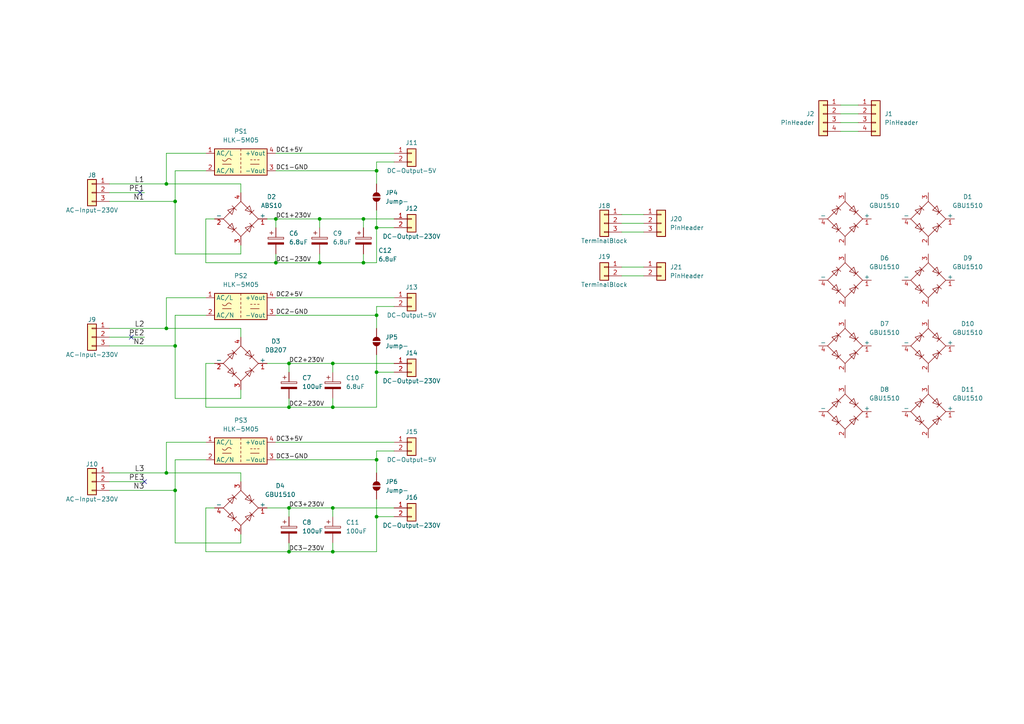
<source format=kicad_sch>
(kicad_sch (version 20250114) (generator "eeschema") (generator_version "9.0")
  (paper "A4")
  (lib_symbols
    (symbol "Connector_Generic:Conn_01x02" (pin_names (offset 1.016) (hide yes))
      (property "Reference" "J" (at 0 2.54 0))
      (property "Value" "Conn_01x02" (at 0 -5.08 0))
      (symbol "Conn_01x02_1_1"
        (rectangle (start -1.27 1.27) (end 1.27 -3.81) (stroke (width 0.254)) (fill (type background)))
        (rectangle (start -1.27 0.127) (end 0 -0.127) (stroke (width 0.1524)))
        (rectangle (start -1.27 -2.413) (end 0 -2.667) (stroke (width 0.1524)))
        (pin passive line (at -5.08 0 0) (length 3.81) (name "Pin_1") (number "1"))
        (pin passive line (at -5.08 -2.54 0) (length 3.81) (name "Pin_2") (number "2"))
      )
    )
    (symbol "Connector_Generic:Conn_01x03" (pin_names (offset 1.016) (hide yes))
      (property "Reference" "J" (at 0 5.08 0))
      (property "Value" "Conn_01x03" (at 0 -5.08 0))
      (symbol "Conn_01x03_1_1"
        (rectangle (start -1.27 3.81) (end 1.27 -3.81) (stroke (width 0.254)) (fill (type background)))
        (rectangle (start -1.27 2.667) (end 0 2.413) (stroke (width 0.1524)))
        (rectangle (start -1.27 0.127) (end 0 -0.127) (stroke (width 0.1524)))
        (rectangle (start -1.27 -2.413) (end 0 -2.667) (stroke (width 0.1524)))
        (pin passive line (at -5.08 2.54 0) (length 3.81) (name "Pin_1") (number "1"))
        (pin passive line (at -5.08 0 0) (length 3.81) (name "Pin_2") (number "2"))
        (pin passive line (at -5.08 -2.54 0) (length 3.81) (name "Pin_3") (number "3"))
      )
    )
    (symbol "Connector_Generic:Conn_01x04" (pin_names (offset 1.016) (hide yes))
      (property "Reference" "J" (at 0 5.08 0))
      (property "Value" "Conn_01x04" (at 0 -7.62 0))
      (symbol "Conn_01x04_1_1"
        (rectangle (start -1.27 3.81) (end 1.27 -6.35) (stroke (width 0.254)) (fill (type background)))
        (rectangle (start -1.27 2.667) (end 0 2.413) (stroke (width 0.1524)))
        (rectangle (start -1.27 0.127) (end 0 -0.127) (stroke (width 0.1524)))
        (rectangle (start -1.27 -2.413) (end 0 -2.667) (stroke (width 0.1524)))
        (rectangle (start -1.27 -4.953) (end 0 -5.207) (stroke (width 0.1524)))
        (pin passive line (at -5.08 2.54 0) (length 3.81) (name "Pin_1") (number "1"))
        (pin passive line (at -5.08 0 0) (length 3.81) (name "Pin_2") (number "2"))
        (pin passive line (at -5.08 -2.54 0) (length 3.81) (name "Pin_3") (number "3"))
        (pin passive line (at -5.08 -5.08 0) (length 3.81) (name "Pin_4") (number "4"))
      )
    )
    (symbol "Converter_ACDC:HLK-5M05"
      (property "Reference" "PS" (at 0 5.08 0))
      (property "Value" "HLK-5M05" (at 0 -5.08 0))
      (symbol "HLK-5M05_0_1"
        (rectangle (start -7.62 3.81) (end 7.62 -3.81) (stroke (width 0.254)) (fill (type background)))
        (polyline (pts (xy -5.334 -0.635) (xy -2.794 -0.635)))
        (arc (start -4.064 0.635) (mid -4.699 0.2495) (end -5.334 0.635))
        (arc (start -4.064 0.635) (mid -3.429 1.0072) (end -2.794 0.635))
        (polyline (pts (xy 0 3.81) (xy 0 3.175)))
        (polyline (pts (xy 0 2.54) (xy 0 1.905)))
        (polyline (pts (xy 0 1.27) (xy 0 0.635)))
        (polyline (pts (xy 0 0) (xy 0 -0.635)))
        (polyline (pts (xy 0 -1.27) (xy 0 -1.905)))
        (polyline (pts (xy 0 -2.54) (xy 0 -3.175)))
        (polyline (pts (xy 2.794 0.635) (xy 3.302 0.635)))
        (polyline (pts (xy 2.794 -0.635) (xy 5.334 -0.635)))
        (polyline (pts (xy 3.81 0.635) (xy 4.318 0.635)))
        (polyline (pts (xy 4.826 0.635) (xy 5.334 0.635)))
      )
      (symbol "HLK-5M05_1_1"
        (pin power_in line (at -10.16 2.54 0) (length 2.54) (name "AC/L") (number "1"))
        (pin power_in line (at -10.16 -2.54 0) (length 2.54) (name "AC/N") (number "2"))
        (pin power_out line (at 10.16 2.54 180) (length 2.54) (name "+Vout") (number "4"))
        (pin power_out line (at 10.16 -2.54 180) (length 2.54) (name "-Vout") (number "3"))
      )
    )
    (symbol "Device:C_Polarized" (pin_numbers (hide yes)) (pin_names (offset 0.254))
      (property "Reference" "C" (at 0.635 2.54 0))
      (property "Value" "C_Polarized" (at 0.635 -2.54 0))
      (symbol "C_Polarized_0_1"
        (rectangle (start -2.286 0.508) (end 2.286 1.016))
        (polyline (pts (xy -1.778 2.286) (xy -0.762 2.286)))
        (polyline (pts (xy -1.27 2.794) (xy -1.27 1.778)))
        (rectangle (start 2.286 -0.508) (end -2.286 -1.016) (fill (type outline)))
      )
      (symbol "C_Polarized_1_1"
        (pin passive line (at 0 3.81 270) (length 2.794) (name "~") (number "1"))
        (pin passive line (at 0 -3.81 90) (length 2.794) (name "~") (number "2"))
      )
    )
    (symbol "Diode_Bridge:ABS10" (pin_names (offset 0))
      (property "Reference" "D" (at 2.54 6.985 0))
      (property "Value" "ABS10" (at 2.54 5.08 0))
      (symbol "ABS10_0_1"
        (polyline (pts (xy -5.08 0) (xy 0 -5.08) (xy 5.08 0) (xy 0 5.08) (xy -5.08 0)))
        (polyline (pts (xy -3.81 2.54) (xy -2.54 1.27) (xy -1.905 3.175) (xy -3.81 2.54)))
        (polyline (pts (xy -2.54 3.81) (xy -1.27 2.54)))
        (polyline (pts (xy -2.54 -1.27) (xy -3.81 -2.54) (xy -1.905 -3.175) (xy -2.54 -1.27)))
        (polyline (pts (xy -1.27 -2.54) (xy -2.54 -3.81)))
        (polyline (pts (xy 1.27 2.54) (xy 2.54 3.81) (xy 3.175 1.905) (xy 1.27 2.54)))
        (polyline (pts (xy 2.54 1.27) (xy 3.81 2.54)))
        (polyline (pts (xy 2.54 -1.27) (xy 3.81 -2.54)))
        (polyline (pts (xy 3.175 -1.905) (xy 1.27 -2.54) (xy 2.54 -3.81) (xy 3.175 -1.905)))
      )
      (symbol "ABS10_1_1"
        (pin passive line (at -7.62 0 0) (length 2.54) (name "-") (number "2"))
        (pin passive line (at 0 7.62 270) (length 2.54) (name "~") (number "4"))
        (pin passive line (at 0 -7.62 90) (length 2.54) (name "~") (number "3"))
        (pin passive line (at 7.62 0 180) (length 2.54) (name "+") (number "1"))
      )
    )
    (symbol "Diode_Bridge:DF01M" (pin_names (offset 0))
      (property "Reference" "D" (at 2.54 6.985 0))
      (property "Value" "DF01M" (at 2.54 5.08 0))
      (symbol "DF01M_0_1"
        (polyline (pts (xy -5.08 0) (xy 0 -5.08) (xy 5.08 0) (xy 0 5.08) (xy -5.08 0)))
        (polyline (pts (xy -3.81 2.54) (xy -2.54 1.27) (xy -1.905 3.175) (xy -3.81 2.54)))
        (polyline (pts (xy -2.54 3.81) (xy -1.27 2.54)))
        (polyline (pts (xy -2.54 -1.27) (xy -3.81 -2.54) (xy -1.905 -3.175) (xy -2.54 -1.27)))
        (polyline (pts (xy -1.27 -2.54) (xy -2.54 -3.81)))
        (polyline (pts (xy 1.27 2.54) (xy 2.54 3.81) (xy 3.175 1.905) (xy 1.27 2.54)))
        (polyline (pts (xy 2.54 1.27) (xy 3.81 2.54)))
        (polyline (pts (xy 2.54 -1.27) (xy 3.81 -2.54)))
        (polyline (pts (xy 3.175 -1.905) (xy 1.27 -2.54) (xy 2.54 -3.81) (xy 3.175 -1.905)))
      )
      (symbol "DF01M_1_1"
        (pin passive line (at -7.62 0 0) (length 2.54) (name "-") (number "2"))
        (pin passive line (at 0 7.62 270) (length 2.54) (name "~") (number "4"))
        (pin passive line (at 0 -7.62 90) (length 2.54) (name "~") (number "3"))
        (pin passive line (at 7.62 0 180) (length 2.54) (name "+") (number "1"))
      )
    )
    (symbol "Diode_Bridge:GBU4A" (pin_names (offset 0))
      (property "Reference" "D" (at 2.54 6.985 0))
      (property "Value" "GBU4A" (at 2.54 5.08 0))
      (symbol "GBU4A_0_1"
        (polyline (pts (xy -5.08 0) (xy 0 -5.08) (xy 5.08 0) (xy 0 5.08) (xy -5.08 0)))
        (polyline (pts (xy -3.81 2.54) (xy -2.54 1.27) (xy -1.905 3.175) (xy -3.81 2.54)))
        (polyline (pts (xy -2.54 3.81) (xy -1.27 2.54)))
        (polyline (pts (xy -2.54 -1.27) (xy -3.81 -2.54) (xy -1.905 -3.175) (xy -2.54 -1.27)))
        (polyline (pts (xy -1.27 -2.54) (xy -2.54 -3.81)))
        (polyline (pts (xy 1.27 2.54) (xy 2.54 3.81) (xy 3.175 1.905) (xy 1.27 2.54)))
        (polyline (pts (xy 2.54 1.27) (xy 3.81 2.54)))
        (polyline (pts (xy 2.54 -1.27) (xy 3.81 -2.54)))
        (polyline (pts (xy 3.175 -1.905) (xy 1.27 -2.54) (xy 2.54 -3.81) (xy 3.175 -1.905)))
      )
      (symbol "GBU4A_1_1"
        (pin passive line (at -7.62 0 0) (length 2.54) (name "-") (number "4"))
        (pin passive line (at 0 7.62 270) (length 2.54) (name "~") (number "3"))
        (pin passive line (at 0 -7.62 90) (length 2.54) (name "~") (number "2"))
        (pin passive line (at 7.62 0 180) (length 2.54) (name "+") (number "1"))
      )
    )
    (symbol "Jumper:SolderJumper_2_Open" (pin_numbers (hide yes)) (pin_names (offset 0) (hide yes)) (in_bom no)
      (property "Reference" "JP" (at 0 2.032 0))
      (property "Value" "SolderJumper_2_Open" (at 0 -2.54 0))
      (symbol "SolderJumper_2_Open_0_1"
        (polyline (pts (xy -0.254 1.016) (xy -0.254 -1.016)))
        (arc (start -0.254 -1.016) (mid -1.2656 0) (end -0.254 1.016))
        (arc (start -0.254 -1.016) (mid -1.2656 0) (end -0.254 1.016) (fill (type outline)))
        (arc (start 0.254 1.016) (mid 1.2656 0) (end 0.254 -1.016))
        (arc (start 0.254 1.016) (mid 1.2656 0) (end 0.254 -1.016) (fill (type outline)))
        (polyline (pts (xy 0.254 1.016) (xy 0.254 -1.016)))
      )
      (symbol "SolderJumper_2_Open_1_1"
        (pin passive line (at -3.81 0 0) (length 2.54) (name "A") (number "1"))
        (pin passive line (at 3.81 0 180) (length 2.54) (name "B") (number "2"))
      )
    )
  )
  (junction (at 92.71 63.5))
  (junction (at 109.22 149.86))
  (junction (at 109.22 133.35))
  (junction (at 83.82 105.41))
  (junction (at 83.82 160.02))
  (junction (at 109.22 66.04))
  (junction (at 80.01 63.5))
  (junction (at 48.26 95.25))
  (junction (at 50.8 142.24))
  (junction (at 96.52 118.11))
  (junction (at 50.8 100.33))
  (junction (at 83.82 118.11))
  (junction (at 48.26 53.34))
  (junction (at 48.26 137.16))
  (junction (at 96.52 160.02))
  (junction (at 96.52 105.41))
  (junction (at 109.22 91.44))
  (junction (at 92.71 76.2))
  (junction (at 80.01 76.2))
  (junction (at 109.22 107.95))
  (junction (at 96.52 147.32))
  (junction (at 83.82 147.32))
  (junction (at 105.41 63.5))
  (junction (at 105.41 76.2))
  (junction (at 109.22 49.53))
  (junction (at 50.8 58.42))
  (no_connect (at 40.64 55.88))
  (no_connect (at 38.1 97.79))
  (no_connect (at 41.91 139.7))
  (wire (pts (xy 31.75 53.34) (xy 48.26 53.34)))
  (wire (pts (xy 48.26 86.36) (xy 48.26 95.25)))
  (wire (pts (xy 105.41 76.2) (xy 109.22 76.2)))
  (wire (pts (xy 180.34 62.23) (xy 186.69 62.23)))
  (wire (pts (xy 69.85 154.94) (xy 69.85 157.48)))
  (wire (pts (xy 62.23 147.32) (xy 59.69 147.32)))
  (wire (pts (xy 109.22 88.9) (xy 114.3 88.9)))
  (wire (pts (xy 80.01 86.36) (xy 114.3 86.36)))
  (wire (pts (xy 69.85 115.57) (xy 50.8 115.57)))
  (wire (pts (xy 109.22 133.35) (xy 109.22 130.81)))
  (wire (pts (xy 48.26 44.45) (xy 48.26 53.34)))
  (wire (pts (xy 31.75 100.33) (xy 50.8 100.33)))
  (wire (pts (xy 109.22 60.96) (xy 109.22 66.04)))
  (wire (pts (xy 92.71 66.04) (xy 92.71 63.5)))
  (wire (pts (xy 92.71 63.5) (xy 105.41 63.5)))
  (wire (pts (xy 59.69 86.36) (xy 48.26 86.36)))
  (wire (pts (xy 50.8 133.35) (xy 59.69 133.35)))
  (wire (pts (xy 50.8 49.53) (xy 50.8 58.42)))
  (wire (pts (xy 109.22 49.53) (xy 109.22 46.99)))
  (wire (pts (xy 180.34 64.77) (xy 186.69 64.77)))
  (wire (pts (xy 83.82 118.11) (xy 83.82 115.57)))
  (wire (pts (xy 31.75 97.79) (xy 41.91 97.79)))
  (wire (pts (xy 69.85 113.03) (xy 69.85 115.57)))
  (wire (pts (xy 83.82 147.32) (xy 83.82 149.86)))
  (wire (pts (xy 59.69 118.11) (xy 83.82 118.11)))
  (wire (pts (xy 83.82 160.02) (xy 96.52 160.02)))
  (wire (pts (xy 59.69 76.2) (xy 80.01 76.2)))
  (wire (pts (xy 96.52 115.57) (xy 96.52 118.11)))
  (wire (pts (xy 59.69 44.45) (xy 48.26 44.45)))
  (wire (pts (xy 80.01 76.2) (xy 80.01 73.66)))
  (wire (pts (xy 105.41 63.5) (xy 105.41 66.04)))
  (wire (pts (xy 31.75 137.16) (xy 48.26 137.16)))
  (wire (pts (xy 83.82 107.95) (xy 83.82 105.41)))
  (wire (pts (xy 109.22 118.11) (xy 109.22 107.95)))
  (wire (pts (xy 96.52 160.02) (xy 109.22 160.02)))
  (wire (pts (xy 96.52 105.41) (xy 114.3 105.41)))
  (wire (pts (xy 109.22 91.44) (xy 109.22 95.25)))
  (wire (pts (xy 80.01 63.5) (xy 92.71 63.5)))
  (wire (pts (xy 92.71 76.2) (xy 105.41 76.2)))
  (wire (pts (xy 83.82 118.11) (xy 96.52 118.11)))
  (wire (pts (xy 96.52 147.32) (xy 96.52 149.86)))
  (wire (pts (xy 180.34 77.47) (xy 186.69 77.47)))
  (wire (pts (xy 96.52 118.11) (xy 109.22 118.11)))
  (wire (pts (xy 109.22 130.81) (xy 114.3 130.81)))
  (wire (pts (xy 69.85 73.66) (xy 50.8 73.66)))
  (wire (pts (xy 114.3 147.32) (xy 96.52 147.32)))
  (wire (pts (xy 48.26 137.16) (xy 48.26 128.27)))
  (wire (pts (xy 31.75 95.25) (xy 48.26 95.25)))
  (wire (pts (xy 50.8 142.24) (xy 50.8 157.48)))
  (wire (pts (xy 109.22 102.87) (xy 109.22 107.95)))
  (wire (pts (xy 109.22 160.02) (xy 109.22 149.86)))
  (wire (pts (xy 48.26 128.27) (xy 59.69 128.27)))
  (wire (pts (xy 31.75 55.88) (xy 41.91 55.88)))
  (wire (pts (xy 243.84 38.1) (xy 248.92 38.1)))
  (wire (pts (xy 109.22 144.78) (xy 109.22 149.86)))
  (wire (pts (xy 96.52 160.02) (xy 96.52 157.48)))
  (wire (pts (xy 48.26 95.25) (xy 69.85 95.25)))
  (wire (pts (xy 77.47 147.32) (xy 83.82 147.32)))
  (wire (pts (xy 31.75 58.42) (xy 50.8 58.42)))
  (wire (pts (xy 50.8 115.57) (xy 50.8 100.33)))
  (wire (pts (xy 59.69 91.44) (xy 50.8 91.44)))
  (wire (pts (xy 80.01 133.35) (xy 109.22 133.35)))
  (wire (pts (xy 77.47 63.5) (xy 80.01 63.5)))
  (wire (pts (xy 62.23 63.5) (xy 59.69 63.5)))
  (wire (pts (xy 109.22 76.2) (xy 109.22 66.04)))
  (wire (pts (xy 243.84 30.48) (xy 248.92 30.48)))
  (wire (pts (xy 83.82 160.02) (xy 83.82 157.48)))
  (wire (pts (xy 80.01 91.44) (xy 109.22 91.44)))
  (wire (pts (xy 50.8 157.48) (xy 69.85 157.48)))
  (wire (pts (xy 59.69 63.5) (xy 59.69 76.2)))
  (wire (pts (xy 50.8 73.66) (xy 50.8 58.42)))
  (wire (pts (xy 48.26 53.34) (xy 69.85 53.34)))
  (wire (pts (xy 50.8 49.53) (xy 59.69 49.53)))
  (wire (pts (xy 31.75 142.24) (xy 50.8 142.24)))
  (wire (pts (xy 109.22 49.53) (xy 109.22 53.34)))
  (wire (pts (xy 109.22 91.44) (xy 109.22 88.9)))
  (wire (pts (xy 105.41 63.5) (xy 114.3 63.5)))
  (wire (pts (xy 48.26 137.16) (xy 69.85 137.16)))
  (wire (pts (xy 109.22 66.04) (xy 114.3 66.04)))
  (wire (pts (xy 243.84 33.02) (xy 248.92 33.02)))
  (wire (pts (xy 31.75 139.7) (xy 41.91 139.7)))
  (wire (pts (xy 80.01 44.45) (xy 114.3 44.45)))
  (wire (pts (xy 180.34 80.01) (xy 186.69 80.01)))
  (wire (pts (xy 69.85 97.79) (xy 69.85 95.25)))
  (wire (pts (xy 59.69 147.32) (xy 59.69 160.02)))
  (wire (pts (xy 50.8 91.44) (xy 50.8 100.33)))
  (wire (pts (xy 77.47 105.41) (xy 83.82 105.41)))
  (wire (pts (xy 92.71 76.2) (xy 92.71 73.66)))
  (wire (pts (xy 69.85 71.12) (xy 69.85 73.66)))
  (wire (pts (xy 62.23 105.41) (xy 59.69 105.41)))
  (wire (pts (xy 83.82 147.32) (xy 96.52 147.32)))
  (wire (pts (xy 109.22 107.95) (xy 114.3 107.95)))
  (wire (pts (xy 109.22 133.35) (xy 109.22 137.16)))
  (wire (pts (xy 109.22 46.99) (xy 114.3 46.99)))
  (wire (pts (xy 59.69 105.41) (xy 59.69 118.11)))
  (wire (pts (xy 69.85 139.7) (xy 69.85 137.16)))
  (wire (pts (xy 96.52 107.95) (xy 96.52 105.41)))
  (wire (pts (xy 69.85 55.88) (xy 69.85 53.34)))
  (wire (pts (xy 50.8 133.35) (xy 50.8 142.24)))
  (wire (pts (xy 180.34 67.31) (xy 186.69 67.31)))
  (wire (pts (xy 109.22 149.86) (xy 114.3 149.86)))
  (wire (pts (xy 80.01 49.53) (xy 109.22 49.53)))
  (wire (pts (xy 80.01 128.27) (xy 114.3 128.27)))
  (wire (pts (xy 243.84 35.56) (xy 248.92 35.56)))
  (wire (pts (xy 105.41 73.66) (xy 105.41 76.2)))
  (wire (pts (xy 83.82 105.41) (xy 96.52 105.41)))
  (wire (pts (xy 59.69 160.02) (xy 83.82 160.02)))
  (wire (pts (xy 80.01 76.2) (xy 92.71 76.2)))
  (wire (pts (xy 80.01 63.5) (xy 80.01 66.04)))
  (label "DC1+5V" (at 80.01 44.45 0))
  (label "DC3-230V" (at 83.82 160.02 0))
  (label "DC2+5V" (at 80.01 86.36 0))
  (label "N2" (at 41.91 100.33 180) (effects (font (size 1.524 1.524))))
  (label "DC1-230V" (at 80.01 76.2 0))
  (label "L2" (at 41.91 95.25 180) (effects (font (size 1.524 1.524))))
  (label "DC2-GND" (at 80.01 91.44 0))
  (label "PE1" (at 41.91 55.88 180) (effects (font (size 1.524 1.524))))
  (label "DC1+230V" (at 80.01 63.5 0))
  (label "DC3+5V" (at 80.01 128.27 0))
  (label "N1" (at 41.91 58.42 180) (effects (font (size 1.524 1.524))))
  (label "DC3-GND" (at 80.01 133.35 0))
  (label "DC2+230V" (at 83.82 105.41 0))
  (label "PE3" (at 41.91 139.7 180) (effects (font (size 1.524 1.524))))
  (label "PE2" (at 41.91 97.79 180) (effects (font (size 1.524 1.524))))
  (label "L3" (at 41.91 137.16 180) (effects (font (size 1.524 1.524))))
  (label "L1" (at 41.91 53.34 180) (effects (font (size 1.524 1.524))))
  (label "N3" (at 41.91 142.24 180) (effects (font (size 1.524 1.524))))
  (label "DC1-GND" (at 80.01 49.53 0))
  (label "DC3+230V" (at 83.82 147.32 0))
  (label "DC2-230V" (at 83.82 118.11 0))
  (symbol (lib_id "Connector_Generic:Conn_01x03") (at 191.77 64.77 0) (unit 1)
    (property "Reference" "J20" (at 194.31 63.4999 0) (effects (justify left)))
    (property "Value" "PinHeader" (at 194.31 66.0399 0) (effects (justify left)))
    (property "Footprint" "Connector_PinHeader_2.54mm:PinHeader_1x03_P2.54mm_Vertical" (effects (hide yes)))
    (property "Description" "Generic connector, single row, 01x03, script generated (kicad-library-utils/schlib/autogen/connector/)" (effects (hide yes)))
  )
  (symbol (lib_id "Connector_Generic:Conn_01x04") (at 238.76 33.02 0) (mirror y) (unit 1)
    (property "Reference" "J2" (at 236.22 33.0199 0) (effects (justify left)))
    (property "Value" "PinHeader" (at 236.22 35.5599 0) (effects (justify left)))
    (property "Footprint" "Connector_PinHeader_2.54mm:PinHeader_1x04_P2.54mm_Vertical" (effects (hide yes)))
    (property "Description" "Generic connector, single row, 01x04, script generated (kicad-library-utils/schlib/autogen/connector/)" (effects (hide yes)))
  )
  (symbol (lib_id "Connector_Generic:Conn_01x02") (at 191.77 77.47 0) (unit 1)
    (property "Reference" "J21" (at 194.31 77.4699 0) (effects (justify left)))
    (property "Value" "PinHeader" (at 194.31 80.0099 0) (effects (justify left)))
    (property "Footprint" "Connector_PinHeader_2.54mm:PinHeader_1x02_P2.54mm_Vertical" (effects (hide yes)))
    (property "Description" "Generic connector, single row, 01x02, script generated (kicad-library-utils/schlib/autogen/connector/)" (effects (hide yes)))
  )
  (symbol (lib_id "Connector_Generic:Conn_01x02") (at 119.38 44.45 0) (unit 1)
    (property "Reference" "J11" (at 119.38 41.402 0))
    (property "Value" "DC-Output-5V" (at 119.38 49.53 0))
    (property "Footprint" "TerminalBlock_Phoenix:TerminalBlock_Phoenix_MKDS-3-2-5.08_1x02_P5.08mm_Horizontal" (effects (hide yes)))
    (property "Description" "Generic connector, single row, 01x02, script generated (kicad-library-utils/schlib/autogen/connector/)" (effects (hide yes)))
  )
  (symbol (lib_id "Device:C_Polarized") (at 96.52 111.76 0) (unit 1)
    (property "Reference" "C10" (at 100.33 109.6009 0) (effects (justify left)))
    (property "Value" "6.8uF" (at 100.33 112.1409 0) (effects (justify left)))
    (property "Footprint" "Capacitor_THT:CP_Radial_D10.0mm_P5.00mm" (effects (hide yes)))
    (property "Description" "Polarized capacitor" (effects (hide yes)))
  )
  (symbol (lib_id "Connector_Generic:Conn_01x03") (at 26.67 55.88 0) (mirror y) (unit 1)
    (property "Reference" "J8" (at 26.67 50.8 0))
    (property "Value" "AC-Input-230V" (at 26.67 60.96 0))
    (property "Footprint" "TerminalBlock_Phoenix:TerminalBlock_Phoenix_MKDS-3-3-5.08_1x03_P5.08mm_Horizontal" (effects (hide yes)))
    (property "Description" "Generic connector, single row, 01x03, script generated (kicad-library-utils/schlib/autogen/connector/)" (effects (hide yes)))
  )
  (symbol (lib_id "Diode_Bridge:DF01M") (at 69.85 105.41 0) (unit 1)
    (property "Reference" "D3" (at 80.01 98.9898 0))
    (property "Value" "DB207" (at 80.01 101.5298 0))
    (property "Footprint" "Diode_THT:Diode_Bridge_DIP-4_W7.62mm_P5.08mm" (effects (hide yes)))
    (property "Datasheet" "http://www.vishay.com/docs/88571/dfm.pdf" (effects (hide yes)))
    (property "Description" "Miniature Glass Passivated Single-Phase Bridge Rectifiers, 70V Vrms, 1.0A If, DIP-4" (effects (hide yes)))
  )
  (symbol (lib_id "Jumper:SolderJumper_2_Open") (at 109.22 140.97 90) (unit 1) (in_bom no)
    (property "Reference" "JP6" (at 111.76 139.6999 90) (effects (justify right)))
    (property "Value" "Jump-" (at 111.76 142.2399 90) (effects (justify right)))
    (property "Footprint" "zhaw:SolderJumper-2" (effects (hide yes)))
    (property "Description" "Solder Jumper, 2-pole, open" (effects (hide yes)))
  )
  (symbol (lib_id "Connector_Generic:Conn_01x02") (at 119.38 63.5 0) (unit 1)
    (property "Reference" "J12" (at 119.38 60.452 0))
    (property "Value" "DC-Output-230V" (at 119.38 68.58 0))
    (property "Footprint" "TerminalBlock_Phoenix:TerminalBlock_Phoenix_MKDS-3-2-5.08_1x02_P5.08mm_Horizontal" (effects (hide yes)))
    (property "Description" "Generic connector, single row, 01x02, script generated (kicad-library-utils/schlib/autogen/connector/)" (effects (hide yes)))
  )
  (symbol (lib_id "Diode_Bridge:GBU4A") (at 69.85 147.32 0) (unit 1)
    (property "Reference" "D4" (at 81.28 140.8998 0))
    (property "Value" "GBU1510" (at 81.28 143.4398 0))
    (property "Footprint" "Diode_THT:Diode_Bridge_Vishay_GBU" (effects (hide yes)))
    (property "Datasheet" "http://www.vishay.com/docs/88656/gbu4a.pdf" (effects (hide yes)))
    (property "Description" "Single-Phase Bridge Rectifier, 35V Vrms, 4.0A If, GBU package" (effects (hide yes)))
  )
  (symbol (lib_id "Device:C_Polarized") (at 83.82 111.76 0) (unit 1)
    (property "Reference" "C7" (at 87.63 109.6009 0) (effects (justify left)))
    (property "Value" "100uF" (at 87.63 112.1409 0) (effects (justify left)))
    (property "Footprint" "Capacitor_THT:CP_Radial_D18.0mm_P7.50mm" (effects (hide yes)))
    (property "Description" "Polarized capacitor" (effects (hide yes)))
  )
  (symbol (lib_id "Connector_Generic:Conn_01x03") (at 175.26 64.77 0) (mirror y) (unit 1)
    (property "Reference" "J18" (at 175.26 59.69 0))
    (property "Value" "TerminalBlock" (at 175.26 69.85 0))
    (property "Footprint" "TerminalBlock_Phoenix:TerminalBlock_Phoenix_MKDS-3-3-5.08_1x03_P5.08mm_Horizontal" (effects (hide yes)))
    (property "Description" "Generic connector, single row, 01x03, script generated (kicad-library-utils/schlib/autogen/connector/)" (effects (hide yes)))
  )
  (symbol (lib_id "Jumper:SolderJumper_2_Open") (at 109.22 57.15 90) (unit 1) (in_bom no)
    (property "Reference" "JP4" (at 111.76 55.8799 90) (effects (justify right)))
    (property "Value" "Jump-" (at 111.76 58.4199 90) (effects (justify right)))
    (property "Footprint" "zhaw:SolderJumper-2" (effects (hide yes)))
    (property "Description" "Solder Jumper, 2-pole, open" (effects (hide yes)))
  )
  (symbol (lib_id "Connector_Generic:Conn_01x03") (at 26.67 97.79 0) (mirror y) (unit 1)
    (property "Reference" "J9" (at 26.67 92.71 0))
    (property "Value" "AC-Input-230V" (at 26.67 102.87 0))
    (property "Footprint" "TerminalBlock_Phoenix:TerminalBlock_Phoenix_MKDS-3-3-5.08_1x03_P5.08mm_Horizontal" (effects (hide yes)))
    (property "Description" "Generic connector, single row, 01x03, script generated (kicad-library-utils/schlib/autogen/connector/)" (effects (hide yes)))
  )
  (symbol (lib_id "Jumper:SolderJumper_2_Open") (at 109.22 99.06 90) (unit 1) (in_bom no)
    (property "Reference" "JP5" (at 111.76 97.7899 90) (effects (justify right)))
    (property "Value" "Jump-" (at 111.76 100.3299 90) (effects (justify right)))
    (property "Footprint" "zhaw:SolderJumper-2" (effects (hide yes)))
    (property "Description" "Solder Jumper, 2-pole, open" (effects (hide yes)))
  )
  (symbol (lib_id "Device:C_Polarized") (at 105.41 69.85 0) (unit 1)
    (property "Reference" "C12" (at 109.728 72.644 0) (effects (justify left)))
    (property "Value" "6.8uF" (at 109.728 75.184 0) (effects (justify left)))
    (property "Footprint" "Capacitor_THT:CP_Radial_D10.0mm_P5.00mm" (effects (hide yes)))
    (property "Description" "Polarized capacitor" (effects (hide yes)))
  )
  (symbol (lib_id "Device:C_Polarized") (at 80.01 69.85 0) (unit 1)
    (property "Reference" "C6" (at 83.82 67.6909 0) (effects (justify left)))
    (property "Value" "6.8uF" (at 83.82 70.2309 0) (effects (justify left)))
    (property "Footprint" "Capacitor_THT:CP_Radial_D10.0mm_P5.00mm" (effects (hide yes)))
    (property "Description" "Polarized capacitor" (effects (hide yes)))
  )
  (symbol (lib_id "Diode_Bridge:GBU4A") (at 245.11 81.28 0) (unit 1)
    (property "Reference" "D6" (at 256.54 74.8598 0))
    (property "Value" "GBU1510" (at 256.54 77.3998 0))
    (property "Footprint" "Diode_THT:Diode_Bridge_Vishay_GBU" (effects (hide yes)))
    (property "Datasheet" "http://www.vishay.com/docs/88656/gbu4a.pdf" (effects (hide yes)))
    (property "Description" "Single-Phase Bridge Rectifier, 35V Vrms, 4.0A If, GBU package" (effects (hide yes)))
  )
  (symbol (lib_id "Diode_Bridge:GBU4A") (at 269.24 81.28 0) (unit 1)
    (property "Reference" "D9" (at 280.67 74.8598 0))
    (property "Value" "GBU1510" (at 280.67 77.3998 0))
    (property "Footprint" "Diode_THT:Diode_Bridge_Vishay_GBU" (effects (hide yes)))
    (property "Datasheet" "http://www.vishay.com/docs/88656/gbu4a.pdf" (effects (hide yes)))
    (property "Description" "Single-Phase Bridge Rectifier, 35V Vrms, 4.0A If, GBU package" (effects (hide yes)))
  )
  (symbol (lib_id "Diode_Bridge:GBU4A") (at 245.11 63.5 0) (unit 1)
    (property "Reference" "D5" (at 256.54 57.0798 0))
    (property "Value" "GBU1510" (at 256.54 59.6198 0))
    (property "Footprint" "Diode_THT:Diode_Bridge_Vishay_GBU" (effects (hide yes)))
    (property "Datasheet" "http://www.vishay.com/docs/88656/gbu4a.pdf" (effects (hide yes)))
    (property "Description" "Single-Phase Bridge Rectifier, 35V Vrms, 4.0A If, GBU package" (effects (hide yes)))
  )
  (symbol (lib_id "Converter_ACDC:HLK-5M05") (at 69.85 130.81 0) (unit 1)
    (property "Reference" "PS3" (at 69.85 121.92 0))
    (property "Value" "HLK-5M05" (at 69.85 124.46 0))
    (property "Footprint" "Converter_ACDC:Converter_ACDC_Hi-Link_HLK-5Mxx" (effects (hide yes)))
    (property "Datasheet" "http://h.hlktech.com/download/ACDC%E7%94%B5%E6%BA%90%E6%A8%A1%E5%9D%975W%E7%B3%BB%E5%88%97/1/%E6%B5%B7%E5%87%8C%E7%A7%915W%E7%B3%BB%E5%88%97%E7%94%B5%E6%BA%90%E6%A8%A1%E5%9D%97%E8%A7%84%E6%A0%BC%E4%B9%A6V2.8.pdf" (effects (hide yes)))
    (property "Description" "Compact AC/DC board mount power module 5W, 5V 1A" (effects (hide yes)))
  )
  (symbol (lib_id "Connector_Generic:Conn_01x02") (at 119.38 147.32 0) (unit 1)
    (property "Reference" "J16" (at 119.38 144.272 0))
    (property "Value" "DC-Output-230V" (at 119.38 152.4 0))
    (property "Footprint" "TerminalBlock_Phoenix:TerminalBlock_Phoenix_MKDS-3-2-5.08_1x02_P5.08mm_Horizontal" (effects (hide yes)))
    (property "Description" "Generic connector, single row, 01x02, script generated (kicad-library-utils/schlib/autogen/connector/)" (effects (hide yes)))
  )
  (symbol (lib_id "Converter_ACDC:HLK-5M05") (at 69.85 88.9 0) (unit 1)
    (property "Reference" "PS2" (at 69.85 80.01 0))
    (property "Value" "HLK-5M05" (at 69.85 82.55 0))
    (property "Footprint" "Converter_ACDC:Converter_ACDC_Hi-Link_HLK-5Mxx" (effects (hide yes)))
    (property "Datasheet" "http://h.hlktech.com/download/ACDC%E7%94%B5%E6%BA%90%E6%A8%A1%E5%9D%975W%E7%B3%BB%E5%88%97/1/%E6%B5%B7%E5%87%8C%E7%A7%915W%E7%B3%BB%E5%88%97%E7%94%B5%E6%BA%90%E6%A8%A1%E5%9D%97%E8%A7%84%E6%A0%BC%E4%B9%A6V2.8.pdf" (effects (hide yes)))
    (property "Description" "Compact AC/DC board mount power module 5W, 5V 1A" (effects (hide yes)))
  )
  (symbol (lib_id "Converter_ACDC:HLK-5M05") (at 69.85 46.99 0) (unit 1)
    (property "Reference" "PS1" (at 69.85 38.1 0))
    (property "Value" "HLK-5M05" (at 69.85 40.64 0))
    (property "Footprint" "Converter_ACDC:Converter_ACDC_Hi-Link_HLK-5Mxx" (effects (hide yes)))
    (property "Datasheet" "http://h.hlktech.com/download/ACDC%E7%94%B5%E6%BA%90%E6%A8%A1%E5%9D%975W%E7%B3%BB%E5%88%97/1/%E6%B5%B7%E5%87%8C%E7%A7%915W%E7%B3%BB%E5%88%97%E7%94%B5%E6%BA%90%E6%A8%A1%E5%9D%97%E8%A7%84%E6%A0%BC%E4%B9%A6V2.8.pdf" (effects (hide yes)))
    (property "Description" "Compact AC/DC board mount power module 5W, 5V 1A" (effects (hide yes)))
  )
  (symbol (lib_id "Diode_Bridge:GBU4A") (at 269.24 63.5 0) (unit 1)
    (property "Reference" "D1" (at 280.67 57.0798 0))
    (property "Value" "GBU1510" (at 280.67 59.6198 0))
    (property "Footprint" "Diode_THT:Diode_Bridge_Vishay_GBU" (effects (hide yes)))
    (property "Datasheet" "http://www.vishay.com/docs/88656/gbu4a.pdf" (effects (hide yes)))
    (property "Description" "Single-Phase Bridge Rectifier, 35V Vrms, 4.0A If, GBU package" (effects (hide yes)))
  )
  (symbol (lib_id "Device:C_Polarized") (at 83.82 153.67 0) (unit 1)
    (property "Reference" "C8" (at 87.63 151.5109 0) (effects (justify left)))
    (property "Value" "100uF" (at 87.63 154.0509 0) (effects (justify left)))
    (property "Footprint" "Capacitor_THT:CP_Radial_D18.0mm_P7.50mm" (effects (hide yes)))
    (property "Description" "Polarized capacitor" (effects (hide yes)))
  )
  (symbol (lib_id "Connector_Generic:Conn_01x03") (at 26.67 139.7 0) (mirror y) (unit 1)
    (property "Reference" "J10" (at 26.67 134.62 0))
    (property "Value" "AC-Input-230V" (at 26.67 144.78 0))
    (property "Footprint" "TerminalBlock_Phoenix:TerminalBlock_Phoenix_MKDS-3-3-5.08_1x03_P5.08mm_Horizontal" (effects (hide yes)))
    (property "Description" "Generic connector, single row, 01x03, script generated (kicad-library-utils/schlib/autogen/connector/)" (effects (hide yes)))
  )
  (symbol (lib_id "Device:C_Polarized") (at 92.71 69.85 0) (unit 1)
    (property "Reference" "C9" (at 96.52 67.6909 0) (effects (justify left)))
    (property "Value" "6.8uF" (at 96.52 70.2309 0) (effects (justify left)))
    (property "Footprint" "Capacitor_THT:CP_Radial_D10.0mm_P5.00mm" (effects (hide yes)))
    (property "Description" "Polarized capacitor" (effects (hide yes)))
  )
  (symbol (lib_id "Connector_Generic:Conn_01x02") (at 119.38 105.41 0) (unit 1)
    (property "Reference" "J14" (at 119.38 102.362 0))
    (property "Value" "DC-Output-230V" (at 119.38 110.49 0))
    (property "Footprint" "TerminalBlock_Phoenix:TerminalBlock_Phoenix_MKDS-3-2-5.08_1x02_P5.08mm_Horizontal" (effects (hide yes)))
    (property "Description" "Generic connector, single row, 01x02, script generated (kicad-library-utils/schlib/autogen/connector/)" (effects (hide yes)))
  )
  (symbol (lib_id "Diode_Bridge:GBU4A") (at 269.24 119.38 0) (unit 1)
    (property "Reference" "D11" (at 280.67 112.9598 0))
    (property "Value" "GBU1510" (at 280.67 115.4998 0))
    (property "Footprint" "Diode_THT:Diode_Bridge_Vishay_GBU" (effects (hide yes)))
    (property "Datasheet" "http://www.vishay.com/docs/88656/gbu4a.pdf" (effects (hide yes)))
    (property "Description" "Single-Phase Bridge Rectifier, 35V Vrms, 4.0A If, GBU package" (effects (hide yes)))
  )
  (symbol (lib_id "Diode_Bridge:ABS10") (at 69.85 63.5 0) (unit 1)
    (property "Reference" "D2" (at 78.74 57.0798 0))
    (property "Value" "ABS10" (at 78.74 59.6198 0))
    (property "Footprint" "Diode_SMD:Diode_Bridge_Diotec_ABS" (effects (hide yes)))
    (property "Datasheet" "https://diotec.com/tl_files/diotec/files/pdf/datasheets/abs2.pdf" (effects (hide yes)))
    (property "Description" "Miniature Glass Passivated Single-Phase Surface Mount Bridge Rectifiers, 700V Vrms, 0.8A If, ABS SMD package" (effects (hide yes)))
  )
  (symbol (lib_id "Connector_Generic:Conn_01x02") (at 119.38 86.36 0) (unit 1)
    (property "Reference" "J13" (at 119.38 83.312 0))
    (property "Value" "DC-Output-5V" (at 119.38 91.44 0))
    (property "Footprint" "TerminalBlock_Phoenix:TerminalBlock_Phoenix_MKDS-3-2-5.08_1x02_P5.08mm_Horizontal" (effects (hide yes)))
    (property "Description" "Generic connector, single row, 01x02, script generated (kicad-library-utils/schlib/autogen/connector/)" (effects (hide yes)))
  )
  (symbol (lib_id "Diode_Bridge:GBU4A") (at 245.11 100.33 0) (unit 1)
    (property "Reference" "D7" (at 256.54 93.9098 0))
    (property "Value" "GBU1510" (at 256.54 96.4498 0))
    (property "Footprint" "Diode_THT:Diode_Bridge_Vishay_GBU" (effects (hide yes)))
    (property "Datasheet" "http://www.vishay.com/docs/88656/gbu4a.pdf" (effects (hide yes)))
    (property "Description" "Single-Phase Bridge Rectifier, 35V Vrms, 4.0A If, GBU package" (effects (hide yes)))
  )
  (symbol (lib_id "Connector_Generic:Conn_01x02") (at 119.38 128.27 0) (unit 1)
    (property "Reference" "J15" (at 119.38 125.222 0))
    (property "Value" "DC-Output-5V" (at 119.38 133.35 0))
    (property "Footprint" "TerminalBlock_Phoenix:TerminalBlock_Phoenix_MKDS-3-2-5.08_1x02_P5.08mm_Horizontal" (effects (hide yes)))
    (property "Description" "Generic connector, single row, 01x02, script generated (kicad-library-utils/schlib/autogen/connector/)" (effects (hide yes)))
  )
  (symbol (lib_id "Diode_Bridge:GBU4A") (at 245.11 119.38 0) (unit 1)
    (property "Reference" "D8" (at 256.54 112.9598 0))
    (property "Value" "GBU1510" (at 256.54 115.4998 0))
    (property "Footprint" "Diode_THT:Diode_Bridge_Vishay_GBU" (effects (hide yes)))
    (property "Datasheet" "http://www.vishay.com/docs/88656/gbu4a.pdf" (effects (hide yes)))
    (property "Description" "Single-Phase Bridge Rectifier, 35V Vrms, 4.0A If, GBU package" (effects (hide yes)))
  )
  (symbol (lib_id "Connector_Generic:Conn_01x02") (at 175.26 77.47 0) (mirror y) (unit 1)
    (property "Reference" "J19" (at 175.26 74.422 0))
    (property "Value" "TerminalBlock" (at 175.26 82.55 0))
    (property "Footprint" "TerminalBlock_Phoenix:TerminalBlock_Phoenix_MKDS-3-2-5.08_1x02_P5.08mm_Horizontal" (effects (hide yes)))
    (property "Description" "Generic connector, single row, 01x02, script generated (kicad-library-utils/schlib/autogen/connector/)" (effects (hide yes)))
  )
  (symbol (lib_id "Device:C_Polarized") (at 96.52 153.67 0) (unit 1)
    (property "Reference" "C11" (at 100.33 151.5109 0) (effects (justify left)))
    (property "Value" "100uF" (at 100.33 154.0509 0) (effects (justify left)))
    (property "Footprint" "Capacitor_THT:CP_Radial_D18.0mm_P7.50mm" (effects (hide yes)))
    (property "Description" "Polarized capacitor" (effects (hide yes)))
  )
  (symbol (lib_id "Diode_Bridge:GBU4A") (at 269.24 100.33 0) (unit 1)
    (property "Reference" "D10" (at 280.67 93.9098 0))
    (property "Value" "GBU1510" (at 280.67 96.4498 0))
    (property "Footprint" "Diode_THT:Diode_Bridge_Vishay_GBU" (effects (hide yes)))
    (property "Datasheet" "http://www.vishay.com/docs/88656/gbu4a.pdf" (effects (hide yes)))
    (property "Description" "Single-Phase Bridge Rectifier, 35V Vrms, 4.0A If, GBU package" (effects (hide yes)))
  )
  (symbol (lib_id "Connector_Generic:Conn_01x04") (at 254 33.02 0) (unit 1)
    (property "Reference" "J1" (at 256.54 33.0199 0) (effects (justify left)))
    (property "Value" "PinHeader" (at 256.54 35.5599 0) (effects (justify left)))
    (property "Footprint" "Diode_THT:Diode_Bridge_Vishay_GBU" (effects (hide yes)))
    (property "Description" "Generic connector, single row, 01x04, script generated (kicad-library-utils/schlib/autogen/connector/)" (effects (hide yes)))
  )
)
</source>
